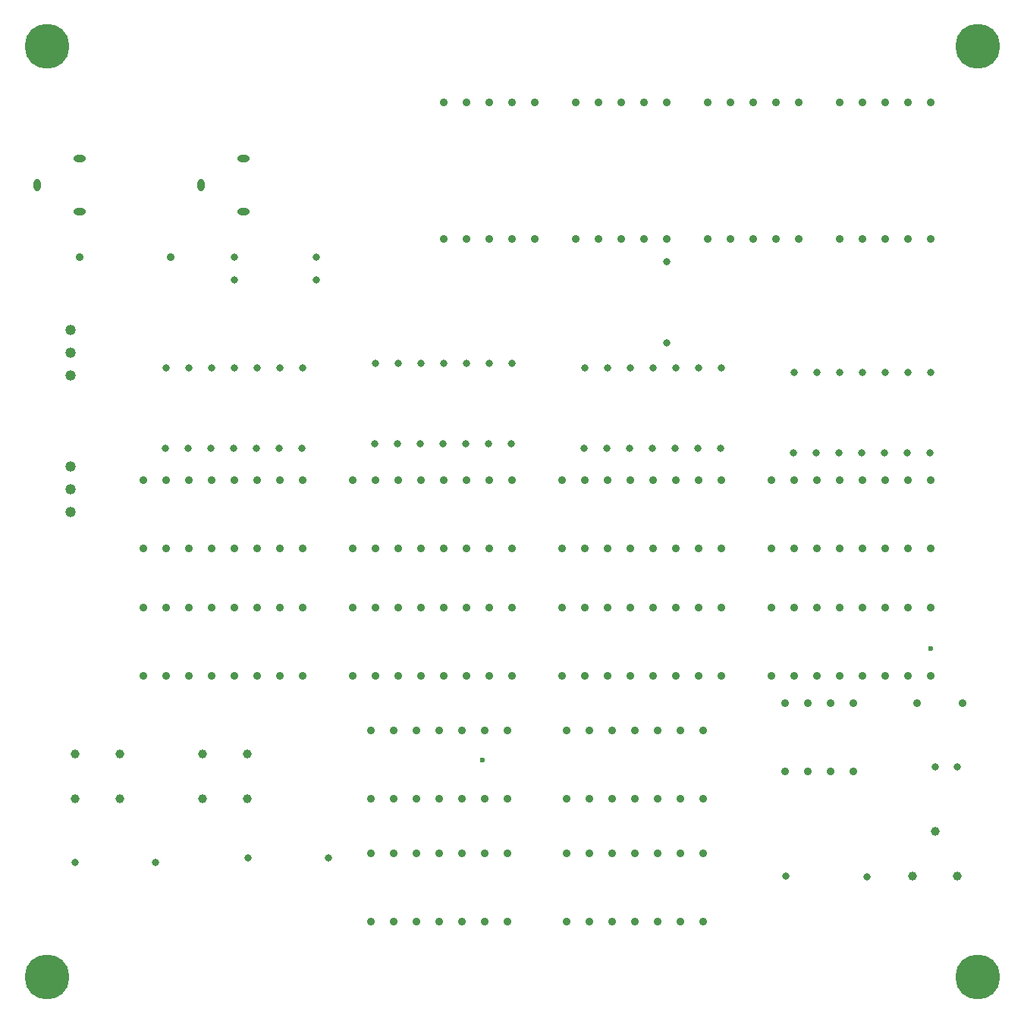
<source format=gbr>
G04 Generated by Ultiboard 14.3 *
%FSLAX34Y34*%
%MOMM*%

%ADD10C,0.0001*%
%ADD11C,0.8890*%
%ADD12C,1.0000*%
%ADD13C,0.6000*%
%ADD14C,0.8000*%
%ADD15C,5.0000*%
%ADD16C,0.9000*%
%ADD17O,0.8000X1.4000*%
%ADD18O,1.4000X0.8000*%
%ADD19C,1.1810*%


G04 ColorRGB 000000 for the following layer *
%LNDrill-Copper Top-Copper Bottom*%
%LPD*%
G54D11*
X441960Y218440D03*
X518160Y142240D03*
X467360Y142240D03*
X492760Y142240D03*
X543560Y142240D03*
X568960Y142240D03*
X594360Y142240D03*
X594360Y218440D03*
X518160Y218440D03*
X467360Y218440D03*
X492760Y218440D03*
X543560Y218440D03*
X568960Y218440D03*
X441960Y142240D03*
X660400Y218440D03*
X736600Y142240D03*
X685800Y142240D03*
X711200Y142240D03*
X762000Y142240D03*
X787400Y142240D03*
X812800Y142240D03*
X812800Y218440D03*
X736600Y218440D03*
X685800Y218440D03*
X711200Y218440D03*
X762000Y218440D03*
X787400Y218440D03*
X660400Y142240D03*
X441960Y355600D03*
X518160Y279400D03*
X467360Y279400D03*
X492760Y279400D03*
X543560Y279400D03*
X568960Y279400D03*
X594360Y279400D03*
X594360Y355600D03*
X518160Y355600D03*
X467360Y355600D03*
X492760Y355600D03*
X543560Y355600D03*
X568960Y355600D03*
X441960Y279400D03*
X660400Y355600D03*
X736600Y279400D03*
X685800Y279400D03*
X711200Y279400D03*
X762000Y279400D03*
X787400Y279400D03*
X812800Y279400D03*
X812800Y355600D03*
X736600Y355600D03*
X685800Y355600D03*
X711200Y355600D03*
X762000Y355600D03*
X787400Y355600D03*
X660400Y279400D03*
X904240Y386080D03*
X929640Y309880D03*
X980440Y309880D03*
X955040Y309880D03*
X980440Y386080D03*
X929640Y386080D03*
X955040Y386080D03*
X904240Y309880D03*
X187960Y635000D03*
X238760Y558800D03*
X213360Y558800D03*
X264160Y558800D03*
X314960Y558800D03*
X289560Y558800D03*
X340360Y558800D03*
X365760Y558800D03*
X340360Y635000D03*
X264160Y635000D03*
X238760Y635000D03*
X213360Y635000D03*
X314960Y635000D03*
X289560Y635000D03*
X365760Y635000D03*
X187960Y558800D03*
X421640Y635000D03*
X472440Y558800D03*
X447040Y558800D03*
X497840Y558800D03*
X548640Y558800D03*
X523240Y558800D03*
X574040Y558800D03*
X599440Y558800D03*
X574040Y635000D03*
X497840Y635000D03*
X472440Y635000D03*
X447040Y635000D03*
X548640Y635000D03*
X523240Y635000D03*
X599440Y635000D03*
X421640Y558800D03*
X655320Y635000D03*
X706120Y558800D03*
X680720Y558800D03*
X731520Y558800D03*
X782320Y558800D03*
X756920Y558800D03*
X807720Y558800D03*
X833120Y558800D03*
X807720Y635000D03*
X731520Y635000D03*
X706120Y635000D03*
X680720Y635000D03*
X782320Y635000D03*
X756920Y635000D03*
X833120Y635000D03*
X655320Y558800D03*
X889000Y635000D03*
X939800Y558800D03*
X914400Y558800D03*
X965200Y558800D03*
X1016000Y558800D03*
X990600Y558800D03*
X1041400Y558800D03*
X1066800Y558800D03*
X1041400Y635000D03*
X965200Y635000D03*
X939800Y635000D03*
X914400Y635000D03*
X1016000Y635000D03*
X990600Y635000D03*
X1066800Y635000D03*
X889000Y558800D03*
X721360Y904240D03*
X670560Y904240D03*
X695960Y904240D03*
X746760Y904240D03*
X772160Y904240D03*
X721360Y1056640D03*
X670560Y1056640D03*
X695960Y1056640D03*
X746760Y1056640D03*
X772160Y1056640D03*
X868680Y904240D03*
X817880Y904240D03*
X843280Y904240D03*
X894080Y904240D03*
X919480Y904240D03*
X868680Y1056640D03*
X817880Y1056640D03*
X843280Y1056640D03*
X894080Y1056640D03*
X919480Y1056640D03*
X1016000Y904240D03*
X965200Y904240D03*
X990600Y904240D03*
X1041400Y904240D03*
X1066800Y904240D03*
X1016000Y1056640D03*
X965200Y1056640D03*
X990600Y1056640D03*
X1041400Y1056640D03*
X1066800Y1056640D03*
X1051560Y386080D03*
X1102360Y386080D03*
X574040Y904240D03*
X523240Y904240D03*
X548640Y904240D03*
X599440Y904240D03*
X624840Y904240D03*
X574040Y1056640D03*
X523240Y1056640D03*
X548640Y1056640D03*
X599440Y1056640D03*
X624840Y1056640D03*
X365760Y416560D03*
X314960Y492760D03*
X340360Y492760D03*
X289560Y492760D03*
X238760Y492760D03*
X264160Y492760D03*
X213360Y492760D03*
X187960Y492760D03*
X213360Y416560D03*
X289560Y416560D03*
X314960Y416560D03*
X340360Y416560D03*
X238760Y416560D03*
X264160Y416560D03*
X187960Y416560D03*
X365760Y492760D03*
X599440Y416560D03*
X548640Y492760D03*
X574040Y492760D03*
X523240Y492760D03*
X472440Y492760D03*
X497840Y492760D03*
X447040Y492760D03*
X421640Y492760D03*
X447040Y416560D03*
X523240Y416560D03*
X548640Y416560D03*
X574040Y416560D03*
X472440Y416560D03*
X497840Y416560D03*
X421640Y416560D03*
X599440Y492760D03*
X833120Y416560D03*
X782320Y492760D03*
X807720Y492760D03*
X756920Y492760D03*
X706120Y492760D03*
X731520Y492760D03*
X680720Y492760D03*
X655320Y492760D03*
X680720Y416560D03*
X756920Y416560D03*
X782320Y416560D03*
X807720Y416560D03*
X706120Y416560D03*
X731520Y416560D03*
X655320Y416560D03*
X833120Y492760D03*
X1066800Y416560D03*
X1016000Y492760D03*
X1041400Y492760D03*
X990600Y492760D03*
X939800Y492760D03*
X965200Y492760D03*
X914400Y492760D03*
X889000Y492760D03*
X914400Y416560D03*
X990600Y416560D03*
X1016000Y416560D03*
X1041400Y416560D03*
X939800Y416560D03*
X965200Y416560D03*
X889000Y416560D03*
X1066800Y492760D03*
G54D12*
X1046880Y193440D03*
X1096880Y193440D03*
X1071880Y243440D03*
X112160Y329800D03*
X162160Y329800D03*
X112160Y279800D03*
X162160Y279800D03*
X304400Y329800D03*
X254400Y329800D03*
X254400Y279800D03*
X304400Y279800D03*
G54D13*
X566420Y322580D03*
X1066800Y447040D03*
G54D14*
X914400Y755480D03*
X914300Y665480D03*
X939800Y755480D03*
X939700Y665480D03*
X965200Y755480D03*
X965100Y665480D03*
X990600Y755480D03*
X990500Y665480D03*
X1016000Y755480D03*
X1015900Y665480D03*
X1041400Y755480D03*
X1041300Y665480D03*
X1066800Y755480D03*
X1066700Y665480D03*
X213360Y760560D03*
X213260Y670560D03*
X238760Y760560D03*
X238660Y670560D03*
X264160Y760560D03*
X264060Y670560D03*
X289560Y760560D03*
X289460Y670560D03*
X314960Y760560D03*
X314860Y670560D03*
X340360Y760560D03*
X340260Y670560D03*
X365760Y760560D03*
X365660Y670560D03*
X447040Y765640D03*
X446940Y675640D03*
X472440Y765640D03*
X472340Y675640D03*
X497840Y765640D03*
X497740Y675640D03*
X523240Y765640D03*
X523140Y675640D03*
X548640Y765640D03*
X548540Y675640D03*
X574040Y765640D03*
X573940Y675640D03*
X599440Y765640D03*
X599340Y675640D03*
X680720Y760560D03*
X680620Y670560D03*
X706120Y760560D03*
X706020Y670560D03*
X731520Y760560D03*
X731420Y670560D03*
X756920Y760560D03*
X756820Y670560D03*
X782320Y760560D03*
X782220Y670560D03*
X807720Y760560D03*
X807620Y670560D03*
X833120Y760560D03*
X833020Y670560D03*
X772160Y788840D03*
X772260Y878840D03*
X289560Y858920D03*
X289560Y883920D03*
X381000Y858920D03*
X381000Y883920D03*
X1096880Y314960D03*
X1071880Y314960D03*
X394800Y213360D03*
X304800Y213460D03*
X905680Y193040D03*
X995680Y192940D03*
X201760Y208280D03*
X111760Y208380D03*
G54D15*
X80500Y80500D03*
X1119500Y80500D03*
X1119500Y1119500D03*
X80500Y1119500D03*
G54D16*
X116840Y883920D03*
X218440Y883920D03*
G54D17*
X69840Y964720D03*
X252720Y964720D03*
G54D18*
X116840Y994720D03*
X116840Y934720D03*
X299720Y994720D03*
X299720Y934720D03*
G54D19*
X106680Y802640D03*
X106680Y777240D03*
X106680Y751840D03*
X106680Y624840D03*
X106680Y650240D03*
X106680Y599440D03*

M02*

</source>
